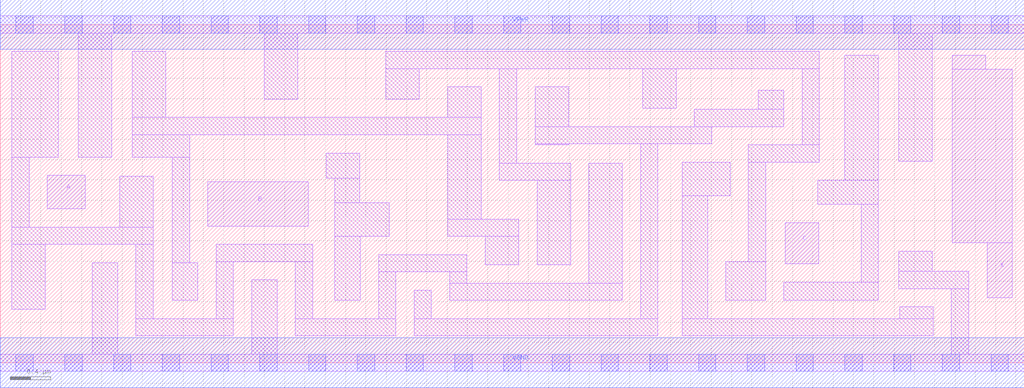
<source format=lef>
# Copyright 2020 The SkyWater PDK Authors
#
# Licensed under the Apache License, Version 2.0 (the "License");
# you may not use this file except in compliance with the License.
# You may obtain a copy of the License at
#
#     https://www.apache.org/licenses/LICENSE-2.0
#
# Unless required by applicable law or agreed to in writing, software
# distributed under the License is distributed on an "AS IS" BASIS,
# WITHOUT WARRANTIES OR CONDITIONS OF ANY KIND, either express or implied.
# See the License for the specific language governing permissions and
# limitations under the License.
#
# SPDX-License-Identifier: Apache-2.0

VERSION 5.7 ;
  NOWIREEXTENSIONATPIN ON ;
  DIVIDERCHAR "/" ;
  BUSBITCHARS "[]" ;
UNITS
  DATABASE MICRONS 200 ;
END UNITS
MACRO sky130_fd_sc_lp__xnor3_lp
  CLASS CORE ;
  FOREIGN sky130_fd_sc_lp__xnor3_lp ;
  ORIGIN  0.000000  0.000000 ;
  SIZE  10.08000 BY  3.330000 ;
  SYMMETRY X Y R90 ;
  SITE unit ;
  PIN A
    ANTENNAGATEAREA  0.376000 ;
    DIRECTION INPUT ;
    USE SIGNAL ;
    PORT
      LAYER li1 ;
        RECT 0.465000 1.515000 0.835000 1.845000 ;
    END
  END A
  PIN B
    ANTENNAGATEAREA  1.002000 ;
    DIRECTION INPUT ;
    USE SIGNAL ;
    PORT
      LAYER li1 ;
        RECT 2.045000 1.345000 3.030000 1.780000 ;
    END
  END B
  PIN C
    ANTENNAGATEAREA  0.689000 ;
    DIRECTION INPUT ;
    USE SIGNAL ;
    PORT
      LAYER li1 ;
        RECT 7.730000 0.975000 8.060000 1.380000 ;
    END
  END C
  PIN X
    ANTENNADIFFAREA  0.404700 ;
    DIRECTION OUTPUT ;
    USE SIGNAL ;
    PORT
      LAYER li1 ;
        RECT 9.375000 1.180000 9.965000 2.890000 ;
        RECT 9.375000 2.890000 9.705000 3.025000 ;
        RECT 9.715000 0.640000 9.965000 1.180000 ;
    END
  END X
  PIN VGND
    DIRECTION INOUT ;
    USE GROUND ;
    PORT
      LAYER met1 ;
        RECT 0.000000 -0.245000 10.080000 0.245000 ;
    END
  END VGND
  PIN VPWR
    DIRECTION INOUT ;
    USE POWER ;
    PORT
      LAYER met1 ;
        RECT 0.000000 3.085000 10.080000 3.575000 ;
    END
  END VPWR
  OBS
    LAYER li1 ;
      RECT 0.000000 -0.085000 10.080000 0.085000 ;
      RECT 0.000000  3.245000 10.080000 3.415000 ;
      RECT 0.115000  0.525000  0.445000 1.165000 ;
      RECT 0.115000  1.165000  1.505000 1.335000 ;
      RECT 0.115000  1.335000  0.285000 2.025000 ;
      RECT 0.115000  2.025000  0.570000 3.065000 ;
      RECT 0.770000  2.025000  1.100000 3.245000 ;
      RECT 0.905000  0.085000  1.155000 0.985000 ;
      RECT 1.175000  1.335000  1.505000 1.835000 ;
      RECT 1.300000  2.025000  1.865000 2.245000 ;
      RECT 1.300000  2.245000  4.735000 2.415000 ;
      RECT 1.300000  2.415000  1.630000 3.065000 ;
      RECT 1.335000  0.265000  2.295000 0.435000 ;
      RECT 1.335000  0.435000  1.505000 1.165000 ;
      RECT 1.695000  0.615000  1.945000 0.985000 ;
      RECT 1.695000  0.985000  1.865000 2.025000 ;
      RECT 2.125000  0.435000  2.295000 0.995000 ;
      RECT 2.125000  0.995000  3.075000 1.165000 ;
      RECT 2.475000  0.085000  2.725000 0.815000 ;
      RECT 2.600000  2.595000  2.930000 3.245000 ;
      RECT 2.905000  0.265000  3.895000 0.435000 ;
      RECT 2.905000  0.435000  3.075000 0.995000 ;
      RECT 3.210000  1.815000  3.540000 2.065000 ;
      RECT 3.295000  0.615000  3.545000 1.245000 ;
      RECT 3.295000  1.245000  3.830000 1.575000 ;
      RECT 3.295000  1.575000  3.540000 1.815000 ;
      RECT 3.725000  0.435000  3.895000 0.895000 ;
      RECT 3.725000  0.895000  4.595000 1.065000 ;
      RECT 3.795000  2.595000  4.125000 2.895000 ;
      RECT 3.795000  2.895000  8.065000 3.065000 ;
      RECT 4.075000  0.265000  6.475000 0.435000 ;
      RECT 4.075000  0.435000  4.245000 0.715000 ;
      RECT 4.405000  1.245000  5.105000 1.415000 ;
      RECT 4.405000  1.415000  4.735000 2.245000 ;
      RECT 4.405000  2.415000  4.735000 2.715000 ;
      RECT 4.425000  0.615000  6.125000 0.785000 ;
      RECT 4.425000  0.785000  4.595000 0.895000 ;
      RECT 4.775000  0.965000  5.105000 1.245000 ;
      RECT 4.915000  1.795000  5.615000 1.965000 ;
      RECT 4.915000  1.965000  5.085000 2.895000 ;
      RECT 5.265000  2.145000  5.595000 2.155000 ;
      RECT 5.265000  2.155000  7.005000 2.325000 ;
      RECT 5.265000  2.325000  5.595000 2.715000 ;
      RECT 5.285000  0.965000  5.615000 1.795000 ;
      RECT 5.795000  0.785000  6.125000 1.965000 ;
      RECT 6.305000  0.435000  6.475000 2.155000 ;
      RECT 6.325000  2.505000  6.655000 2.895000 ;
      RECT 6.715000  0.265000  9.185000 0.435000 ;
      RECT 6.715000  0.435000  6.965000 1.645000 ;
      RECT 6.715000  1.645000  7.185000 1.975000 ;
      RECT 6.835000  2.325000  7.715000 2.495000 ;
      RECT 7.145000  0.615000  7.535000 0.995000 ;
      RECT 7.365000  0.995000  7.535000 1.975000 ;
      RECT 7.365000  1.975000  8.065000 2.145000 ;
      RECT 7.465000  2.495000  7.715000 2.685000 ;
      RECT 7.715000  0.615000  8.645000 0.795000 ;
      RECT 7.895000  2.145000  8.065000 2.895000 ;
      RECT 8.050000  1.560000  8.645000 1.795000 ;
      RECT 8.315000  1.795000  8.645000 3.025000 ;
      RECT 8.475000  0.795000  8.645000 1.560000 ;
      RECT 8.845000  0.730000  9.535000 0.900000 ;
      RECT 8.845000  0.900000  9.175000 1.100000 ;
      RECT 8.845000  1.985000  9.175000 3.245000 ;
      RECT 8.855000  0.435000  9.185000 0.550000 ;
      RECT 9.365000  0.085000  9.535000 0.730000 ;
    LAYER mcon ;
      RECT 0.155000 -0.085000 0.325000 0.085000 ;
      RECT 0.155000  3.245000 0.325000 3.415000 ;
      RECT 0.635000 -0.085000 0.805000 0.085000 ;
      RECT 0.635000  3.245000 0.805000 3.415000 ;
      RECT 1.115000 -0.085000 1.285000 0.085000 ;
      RECT 1.115000  3.245000 1.285000 3.415000 ;
      RECT 1.595000 -0.085000 1.765000 0.085000 ;
      RECT 1.595000  3.245000 1.765000 3.415000 ;
      RECT 2.075000 -0.085000 2.245000 0.085000 ;
      RECT 2.075000  3.245000 2.245000 3.415000 ;
      RECT 2.555000 -0.085000 2.725000 0.085000 ;
      RECT 2.555000  3.245000 2.725000 3.415000 ;
      RECT 3.035000 -0.085000 3.205000 0.085000 ;
      RECT 3.035000  3.245000 3.205000 3.415000 ;
      RECT 3.515000 -0.085000 3.685000 0.085000 ;
      RECT 3.515000  3.245000 3.685000 3.415000 ;
      RECT 3.995000 -0.085000 4.165000 0.085000 ;
      RECT 3.995000  3.245000 4.165000 3.415000 ;
      RECT 4.475000 -0.085000 4.645000 0.085000 ;
      RECT 4.475000  3.245000 4.645000 3.415000 ;
      RECT 4.955000 -0.085000 5.125000 0.085000 ;
      RECT 4.955000  3.245000 5.125000 3.415000 ;
      RECT 5.435000 -0.085000 5.605000 0.085000 ;
      RECT 5.435000  3.245000 5.605000 3.415000 ;
      RECT 5.915000 -0.085000 6.085000 0.085000 ;
      RECT 5.915000  3.245000 6.085000 3.415000 ;
      RECT 6.395000 -0.085000 6.565000 0.085000 ;
      RECT 6.395000  3.245000 6.565000 3.415000 ;
      RECT 6.875000 -0.085000 7.045000 0.085000 ;
      RECT 6.875000  3.245000 7.045000 3.415000 ;
      RECT 7.355000 -0.085000 7.525000 0.085000 ;
      RECT 7.355000  3.245000 7.525000 3.415000 ;
      RECT 7.835000 -0.085000 8.005000 0.085000 ;
      RECT 7.835000  3.245000 8.005000 3.415000 ;
      RECT 8.315000 -0.085000 8.485000 0.085000 ;
      RECT 8.315000  3.245000 8.485000 3.415000 ;
      RECT 8.795000 -0.085000 8.965000 0.085000 ;
      RECT 8.795000  3.245000 8.965000 3.415000 ;
      RECT 9.275000 -0.085000 9.445000 0.085000 ;
      RECT 9.275000  3.245000 9.445000 3.415000 ;
      RECT 9.755000 -0.085000 9.925000 0.085000 ;
      RECT 9.755000  3.245000 9.925000 3.415000 ;
  END
END sky130_fd_sc_lp__xnor3_lp
END LIBRARY

</source>
